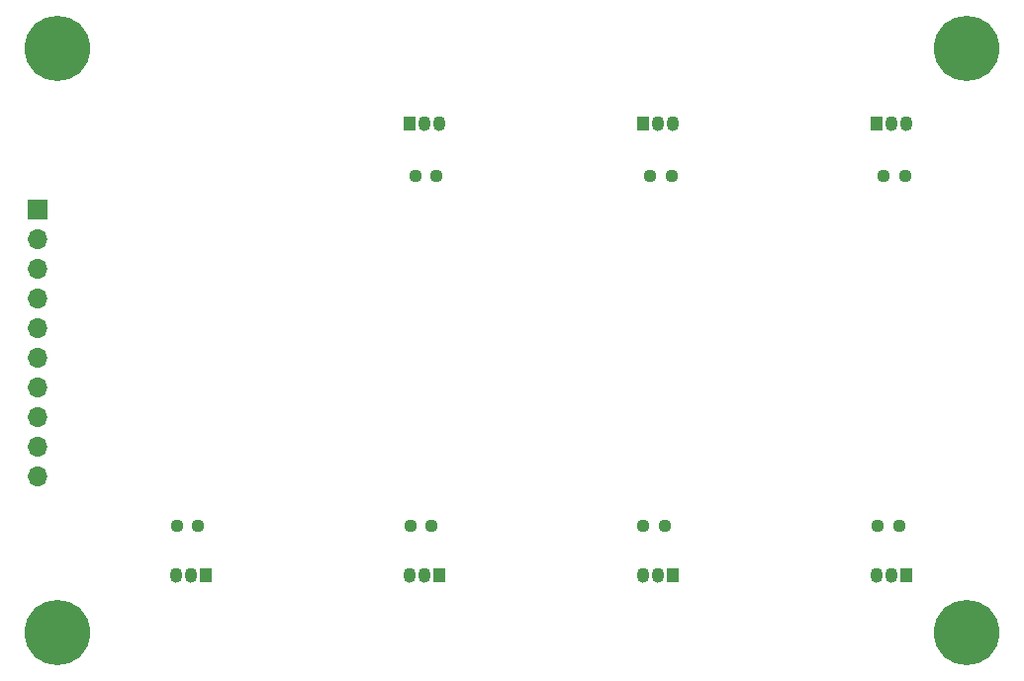
<source format=gbr>
%TF.GenerationSoftware,KiCad,Pcbnew,9.0.0*%
%TF.CreationDate,2025-06-04T23:48:26+02:00*%
%TF.ProjectId,uv_controler,75765f63-6f6e-4747-926f-6c65722e6b69,rev?*%
%TF.SameCoordinates,Original*%
%TF.FileFunction,Soldermask,Top*%
%TF.FilePolarity,Negative*%
%FSLAX46Y46*%
G04 Gerber Fmt 4.6, Leading zero omitted, Abs format (unit mm)*
G04 Created by KiCad (PCBNEW 9.0.0) date 2025-06-04 23:48:26*
%MOMM*%
%LPD*%
G01*
G04 APERTURE LIST*
G04 Aperture macros list*
%AMRoundRect*
0 Rectangle with rounded corners*
0 $1 Rounding radius*
0 $2 $3 $4 $5 $6 $7 $8 $9 X,Y pos of 4 corners*
0 Add a 4 corners polygon primitive as box body*
4,1,4,$2,$3,$4,$5,$6,$7,$8,$9,$2,$3,0*
0 Add four circle primitives for the rounded corners*
1,1,$1+$1,$2,$3*
1,1,$1+$1,$4,$5*
1,1,$1+$1,$6,$7*
1,1,$1+$1,$8,$9*
0 Add four rect primitives between the rounded corners*
20,1,$1+$1,$2,$3,$4,$5,0*
20,1,$1+$1,$4,$5,$6,$7,0*
20,1,$1+$1,$6,$7,$8,$9,0*
20,1,$1+$1,$8,$9,$2,$3,0*%
G04 Aperture macros list end*
%ADD10O,1.050000X1.300000*%
%ADD11R,1.050000X1.300000*%
%ADD12RoundRect,0.237500X0.250000X0.237500X-0.250000X0.237500X-0.250000X-0.237500X0.250000X-0.237500X0*%
%ADD13C,5.600000*%
%ADD14O,1.700000X1.700000*%
%ADD15R,1.700000X1.700000*%
%ADD16RoundRect,0.237500X-0.250000X-0.237500X0.250000X-0.237500X0.250000X0.237500X-0.250000X0.237500X0*%
G04 APERTURE END LIST*
D10*
%TO.C,U8*%
X170175534Y-68397500D03*
X168905534Y-68397500D03*
D11*
X167635534Y-68397500D03*
%TD*%
D12*
%TO.C,R6*%
X167723034Y-102897500D03*
X169548034Y-102897500D03*
%TD*%
D13*
%TO.C,REF\u002A\u002A*%
X215335534Y-112000000D03*
%TD*%
D14*
%TO.C,J3*%
X135800000Y-98640000D03*
X135800000Y-96100000D03*
X135800000Y-93560000D03*
X135800000Y-91020000D03*
X135800000Y-88480000D03*
X135800000Y-85940000D03*
X135800000Y-83400000D03*
X135800000Y-80860000D03*
X135800000Y-78320000D03*
D15*
X135800000Y-75780000D03*
%TD*%
D10*
%TO.C,U3*%
X190175534Y-68397500D03*
X188905534Y-68397500D03*
D11*
X187635534Y-68397500D03*
%TD*%
D10*
%TO.C,U5*%
X210175534Y-68397500D03*
X208905534Y-68397500D03*
D11*
X207635534Y-68397500D03*
%TD*%
D10*
%TO.C,U4*%
X187645534Y-107097500D03*
X188915534Y-107097500D03*
D11*
X190185534Y-107097500D03*
%TD*%
D12*
%TO.C,R5*%
X147723034Y-102897500D03*
X149548034Y-102897500D03*
%TD*%
D16*
%TO.C,R4*%
X210048034Y-72897500D03*
X208223034Y-72897500D03*
%TD*%
D13*
%TO.C,REF\u002A\u002A*%
X137485534Y-112000000D03*
%TD*%
D10*
%TO.C,U6*%
X147645534Y-107097500D03*
X148915534Y-107097500D03*
D11*
X150185534Y-107097500D03*
%TD*%
D16*
%TO.C,R2*%
X190048034Y-72897500D03*
X188223034Y-72897500D03*
%TD*%
D10*
%TO.C,U7*%
X167645534Y-107097500D03*
X168915534Y-107097500D03*
D11*
X170185534Y-107097500D03*
%TD*%
D12*
%TO.C,R1*%
X207723034Y-102897500D03*
X209548034Y-102897500D03*
%TD*%
%TO.C,R3*%
X187635534Y-102897500D03*
X189460534Y-102897500D03*
%TD*%
D13*
%TO.C,REF\u002A\u002A*%
X137485534Y-62000000D03*
%TD*%
D16*
%TO.C,R7*%
X169960534Y-72897500D03*
X168135534Y-72897500D03*
%TD*%
D10*
%TO.C,U2*%
X207645534Y-107097500D03*
X208915534Y-107097500D03*
D11*
X210185534Y-107097500D03*
%TD*%
D13*
%TO.C,REF\u002A\u002A*%
X215335534Y-62000000D03*
%TD*%
M02*

</source>
